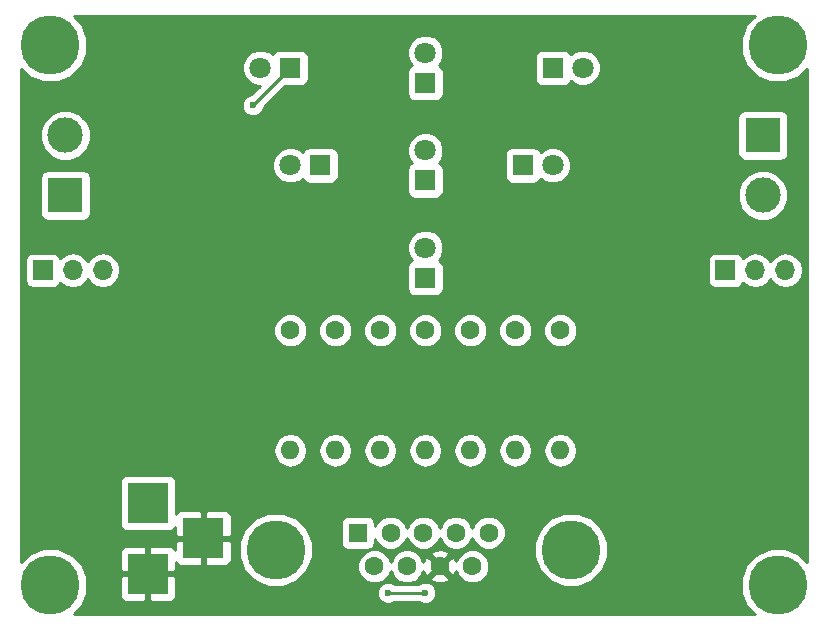
<source format=gbl>
G04 #@! TF.FileFunction,Copper,L2,Bot,Signal*
%FSLAX46Y46*%
G04 Gerber Fmt 4.6, Leading zero omitted, Abs format (unit mm)*
G04 Created by KiCad (PCBNEW 4.0.7) date 11/06/18 16:24:10*
%MOMM*%
%LPD*%
G01*
G04 APERTURE LIST*
%ADD10C,0.100000*%
%ADD11R,1.800000X1.800000*%
%ADD12C,1.800000*%
%ADD13R,1.600000X1.600000*%
%ADD14C,1.600000*%
%ADD15C,5.000000*%
%ADD16R,3.500000X3.500000*%
%ADD17O,1.600000X1.600000*%
%ADD18R,1.700000X1.700000*%
%ADD19O,1.700000X1.700000*%
%ADD20R,3.000000X3.000000*%
%ADD21C,3.000000*%
%ADD22C,0.600000*%
%ADD23C,0.250000*%
%ADD24C,0.254000*%
G04 APERTURE END LIST*
D10*
D11*
X128270000Y-69215000D03*
D12*
X128270000Y-66675000D03*
D11*
X128270000Y-85725000D03*
D12*
X128270000Y-83185000D03*
D11*
X119380000Y-76200000D03*
D12*
X116840000Y-76200000D03*
D11*
X136525000Y-76200000D03*
D12*
X139065000Y-76200000D03*
D11*
X128270000Y-77470000D03*
D12*
X128270000Y-74930000D03*
D11*
X116840000Y-67945000D03*
D12*
X114300000Y-67945000D03*
D11*
X139065000Y-67945000D03*
D12*
X141605000Y-67945000D03*
D13*
X122555000Y-107315000D03*
D14*
X125325000Y-107315000D03*
X128095000Y-107315000D03*
X130865000Y-107315000D03*
X133635000Y-107315000D03*
X123940000Y-110155000D03*
X126710000Y-110155000D03*
X129480000Y-110155000D03*
X132250000Y-110155000D03*
D15*
X140595000Y-108735000D03*
X115595000Y-108735000D03*
D16*
X104775000Y-104775000D03*
X104775000Y-110775000D03*
X109475000Y-107775000D03*
D15*
X96520000Y-66040000D03*
X158115000Y-66040000D03*
X158115000Y-111760000D03*
X96520000Y-111760000D03*
D14*
X116840000Y-90170000D03*
D17*
X116840000Y-100330000D03*
D14*
X120650000Y-90170000D03*
D17*
X120650000Y-100330000D03*
D14*
X124460000Y-90170000D03*
D17*
X124460000Y-100330000D03*
D14*
X128270000Y-90170000D03*
D17*
X128270000Y-100330000D03*
D14*
X132080000Y-90170000D03*
D17*
X132080000Y-100330000D03*
D14*
X135890000Y-90170000D03*
D17*
X135890000Y-100330000D03*
D14*
X139700000Y-90170000D03*
D17*
X139700000Y-100330000D03*
D18*
X95885000Y-85090000D03*
D19*
X98425000Y-85090000D03*
X100965000Y-85090000D03*
D18*
X153670000Y-85090000D03*
D19*
X156210000Y-85090000D03*
X158750000Y-85090000D03*
D20*
X97790000Y-78740000D03*
D21*
X97790000Y-73660000D03*
D20*
X156845000Y-73660000D03*
D21*
X156845000Y-78740000D03*
D22*
X113665000Y-71120000D03*
X125095000Y-112395000D03*
X128270000Y-112395000D03*
D23*
X114300000Y-70485000D02*
X116840000Y-67945000D01*
X113665000Y-71120000D02*
X114300000Y-70485000D01*
X128270000Y-112395000D02*
X125095000Y-112395000D01*
D24*
G36*
X155458826Y-64261847D02*
X154980546Y-65413674D01*
X154979457Y-66660854D01*
X155455727Y-67813515D01*
X156336847Y-68696174D01*
X157488674Y-69174454D01*
X158735854Y-69175543D01*
X159888515Y-68699273D01*
X160580000Y-68008994D01*
X160580000Y-109791873D01*
X159893153Y-109103826D01*
X158741326Y-108625546D01*
X157494146Y-108624457D01*
X156341485Y-109100727D01*
X155458826Y-109981847D01*
X154980546Y-111133674D01*
X154979457Y-112380854D01*
X155455727Y-113533515D01*
X156146006Y-114225000D01*
X98488127Y-114225000D01*
X99176174Y-113538153D01*
X99654454Y-112386326D01*
X99655543Y-111139146D01*
X99623151Y-111060750D01*
X102390000Y-111060750D01*
X102390000Y-112651309D01*
X102486673Y-112884698D01*
X102665301Y-113063327D01*
X102898690Y-113160000D01*
X104489250Y-113160000D01*
X104648000Y-113001250D01*
X104648000Y-110902000D01*
X104902000Y-110902000D01*
X104902000Y-113001250D01*
X105060750Y-113160000D01*
X106651310Y-113160000D01*
X106884699Y-113063327D01*
X107063327Y-112884698D01*
X107160000Y-112651309D01*
X107160000Y-112580167D01*
X124159838Y-112580167D01*
X124301883Y-112923943D01*
X124564673Y-113187192D01*
X124908201Y-113329838D01*
X125280167Y-113330162D01*
X125623943Y-113188117D01*
X125657118Y-113155000D01*
X127707537Y-113155000D01*
X127739673Y-113187192D01*
X128083201Y-113329838D01*
X128455167Y-113330162D01*
X128798943Y-113188117D01*
X129062192Y-112925327D01*
X129204838Y-112581799D01*
X129205162Y-112209833D01*
X129063117Y-111866057D01*
X128800327Y-111602808D01*
X128456799Y-111460162D01*
X128084833Y-111459838D01*
X127741057Y-111601883D01*
X127707882Y-111635000D01*
X125657463Y-111635000D01*
X125625327Y-111602808D01*
X125281799Y-111460162D01*
X124909833Y-111459838D01*
X124566057Y-111601883D01*
X124302808Y-111864673D01*
X124160162Y-112208201D01*
X124159838Y-112580167D01*
X107160000Y-112580167D01*
X107160000Y-111060750D01*
X107001250Y-110902000D01*
X104902000Y-110902000D01*
X104648000Y-110902000D01*
X102548750Y-110902000D01*
X102390000Y-111060750D01*
X99623151Y-111060750D01*
X99179273Y-109986485D01*
X98298153Y-109103826D01*
X97804133Y-108898691D01*
X102390000Y-108898691D01*
X102390000Y-110489250D01*
X102548750Y-110648000D01*
X104648000Y-110648000D01*
X104648000Y-108548750D01*
X104902000Y-108548750D01*
X104902000Y-110648000D01*
X107001250Y-110648000D01*
X107160000Y-110489250D01*
X107160000Y-109820304D01*
X107186673Y-109884698D01*
X107365301Y-110063327D01*
X107598690Y-110160000D01*
X109189250Y-110160000D01*
X109348000Y-110001250D01*
X109348000Y-107902000D01*
X109602000Y-107902000D01*
X109602000Y-110001250D01*
X109760750Y-110160000D01*
X111351310Y-110160000D01*
X111584699Y-110063327D01*
X111763327Y-109884698D01*
X111860000Y-109651309D01*
X111860000Y-109355854D01*
X112459457Y-109355854D01*
X112935727Y-110508515D01*
X113816847Y-111391174D01*
X114968674Y-111869454D01*
X116215854Y-111870543D01*
X117368515Y-111394273D01*
X118251174Y-110513153D01*
X118281887Y-110439187D01*
X122504752Y-110439187D01*
X122722757Y-110966800D01*
X123126077Y-111370824D01*
X123653309Y-111589750D01*
X124224187Y-111590248D01*
X124751800Y-111372243D01*
X125155824Y-110968923D01*
X125325146Y-110561150D01*
X125492757Y-110966800D01*
X125896077Y-111370824D01*
X126423309Y-111589750D01*
X126994187Y-111590248D01*
X127521800Y-111372243D01*
X127731663Y-111162745D01*
X128651861Y-111162745D01*
X128725995Y-111408864D01*
X129263223Y-111601965D01*
X129833454Y-111574778D01*
X130234005Y-111408864D01*
X130308139Y-111162745D01*
X129480000Y-110334605D01*
X128651861Y-111162745D01*
X127731663Y-111162745D01*
X127925824Y-110968923D01*
X128088590Y-110576940D01*
X128226136Y-110909005D01*
X128472255Y-110983139D01*
X129300395Y-110155000D01*
X129659605Y-110155000D01*
X130487745Y-110983139D01*
X130733864Y-110909005D01*
X130861804Y-110553062D01*
X131032757Y-110966800D01*
X131436077Y-111370824D01*
X131963309Y-111589750D01*
X132534187Y-111590248D01*
X133061800Y-111372243D01*
X133465824Y-110968923D01*
X133684750Y-110441691D01*
X133685248Y-109870813D01*
X133472472Y-109355854D01*
X137459457Y-109355854D01*
X137935727Y-110508515D01*
X138816847Y-111391174D01*
X139968674Y-111869454D01*
X141215854Y-111870543D01*
X142368515Y-111394273D01*
X143251174Y-110513153D01*
X143729454Y-109361326D01*
X143730543Y-108114146D01*
X143254273Y-106961485D01*
X142373153Y-106078826D01*
X141221326Y-105600546D01*
X139974146Y-105599457D01*
X138821485Y-106075727D01*
X137938826Y-106956847D01*
X137460546Y-108108674D01*
X137459457Y-109355854D01*
X133472472Y-109355854D01*
X133467243Y-109343200D01*
X133063923Y-108939176D01*
X132536691Y-108720250D01*
X131965813Y-108719752D01*
X131438200Y-108937757D01*
X131034176Y-109341077D01*
X130871410Y-109733060D01*
X130733864Y-109400995D01*
X130487745Y-109326861D01*
X129659605Y-110155000D01*
X129300395Y-110155000D01*
X128472255Y-109326861D01*
X128226136Y-109400995D01*
X128098196Y-109756938D01*
X127927243Y-109343200D01*
X127731640Y-109147255D01*
X128651861Y-109147255D01*
X129480000Y-109975395D01*
X130308139Y-109147255D01*
X130234005Y-108901136D01*
X129696777Y-108708035D01*
X129126546Y-108735222D01*
X128725995Y-108901136D01*
X128651861Y-109147255D01*
X127731640Y-109147255D01*
X127523923Y-108939176D01*
X126996691Y-108720250D01*
X126425813Y-108719752D01*
X125898200Y-108937757D01*
X125494176Y-109341077D01*
X125324854Y-109748850D01*
X125157243Y-109343200D01*
X124753923Y-108939176D01*
X124226691Y-108720250D01*
X123655813Y-108719752D01*
X123128200Y-108937757D01*
X122724176Y-109341077D01*
X122505250Y-109868309D01*
X122504752Y-110439187D01*
X118281887Y-110439187D01*
X118729454Y-109361326D01*
X118730543Y-108114146D01*
X118254273Y-106961485D01*
X117808567Y-106515000D01*
X121107560Y-106515000D01*
X121107560Y-108115000D01*
X121151838Y-108350317D01*
X121290910Y-108566441D01*
X121503110Y-108711431D01*
X121755000Y-108762440D01*
X123355000Y-108762440D01*
X123590317Y-108718162D01*
X123806441Y-108579090D01*
X123951431Y-108366890D01*
X124002440Y-108115000D01*
X124002440Y-107871913D01*
X124107757Y-108126800D01*
X124511077Y-108530824D01*
X125038309Y-108749750D01*
X125609187Y-108750248D01*
X126136800Y-108532243D01*
X126540824Y-108128923D01*
X126710146Y-107721150D01*
X126877757Y-108126800D01*
X127281077Y-108530824D01*
X127808309Y-108749750D01*
X128379187Y-108750248D01*
X128906800Y-108532243D01*
X129310824Y-108128923D01*
X129480146Y-107721150D01*
X129647757Y-108126800D01*
X130051077Y-108530824D01*
X130578309Y-108749750D01*
X131149187Y-108750248D01*
X131676800Y-108532243D01*
X132080824Y-108128923D01*
X132250146Y-107721150D01*
X132417757Y-108126800D01*
X132821077Y-108530824D01*
X133348309Y-108749750D01*
X133919187Y-108750248D01*
X134446800Y-108532243D01*
X134850824Y-108128923D01*
X135069750Y-107601691D01*
X135070248Y-107030813D01*
X134852243Y-106503200D01*
X134448923Y-106099176D01*
X133921691Y-105880250D01*
X133350813Y-105879752D01*
X132823200Y-106097757D01*
X132419176Y-106501077D01*
X132249854Y-106908850D01*
X132082243Y-106503200D01*
X131678923Y-106099176D01*
X131151691Y-105880250D01*
X130580813Y-105879752D01*
X130053200Y-106097757D01*
X129649176Y-106501077D01*
X129479854Y-106908850D01*
X129312243Y-106503200D01*
X128908923Y-106099176D01*
X128381691Y-105880250D01*
X127810813Y-105879752D01*
X127283200Y-106097757D01*
X126879176Y-106501077D01*
X126709854Y-106908850D01*
X126542243Y-106503200D01*
X126138923Y-106099176D01*
X125611691Y-105880250D01*
X125040813Y-105879752D01*
X124513200Y-106097757D01*
X124109176Y-106501077D01*
X124002440Y-106758126D01*
X124002440Y-106515000D01*
X123958162Y-106279683D01*
X123819090Y-106063559D01*
X123606890Y-105918569D01*
X123355000Y-105867560D01*
X121755000Y-105867560D01*
X121519683Y-105911838D01*
X121303559Y-106050910D01*
X121158569Y-106263110D01*
X121107560Y-106515000D01*
X117808567Y-106515000D01*
X117373153Y-106078826D01*
X116221326Y-105600546D01*
X114974146Y-105599457D01*
X113821485Y-106075727D01*
X112938826Y-106956847D01*
X112460546Y-108108674D01*
X112459457Y-109355854D01*
X111860000Y-109355854D01*
X111860000Y-108060750D01*
X111701250Y-107902000D01*
X109602000Y-107902000D01*
X109348000Y-107902000D01*
X107248750Y-107902000D01*
X107090000Y-108060750D01*
X107090000Y-108729696D01*
X107063327Y-108665302D01*
X106884699Y-108486673D01*
X106651310Y-108390000D01*
X105060750Y-108390000D01*
X104902000Y-108548750D01*
X104648000Y-108548750D01*
X104489250Y-108390000D01*
X102898690Y-108390000D01*
X102665301Y-108486673D01*
X102486673Y-108665302D01*
X102390000Y-108898691D01*
X97804133Y-108898691D01*
X97146326Y-108625546D01*
X95899146Y-108624457D01*
X94746485Y-109100727D01*
X94055000Y-109791006D01*
X94055000Y-103025000D01*
X102377560Y-103025000D01*
X102377560Y-106525000D01*
X102421838Y-106760317D01*
X102560910Y-106976441D01*
X102773110Y-107121431D01*
X103025000Y-107172440D01*
X106525000Y-107172440D01*
X106760317Y-107128162D01*
X106976441Y-106989090D01*
X107090000Y-106822891D01*
X107090000Y-107489250D01*
X107248750Y-107648000D01*
X109348000Y-107648000D01*
X109348000Y-105548750D01*
X109602000Y-105548750D01*
X109602000Y-107648000D01*
X111701250Y-107648000D01*
X111860000Y-107489250D01*
X111860000Y-105898691D01*
X111763327Y-105665302D01*
X111584699Y-105486673D01*
X111351310Y-105390000D01*
X109760750Y-105390000D01*
X109602000Y-105548750D01*
X109348000Y-105548750D01*
X109189250Y-105390000D01*
X107598690Y-105390000D01*
X107365301Y-105486673D01*
X107186673Y-105665302D01*
X107172440Y-105699663D01*
X107172440Y-103025000D01*
X107128162Y-102789683D01*
X106989090Y-102573559D01*
X106776890Y-102428569D01*
X106525000Y-102377560D01*
X103025000Y-102377560D01*
X102789683Y-102421838D01*
X102573559Y-102560910D01*
X102428569Y-102773110D01*
X102377560Y-103025000D01*
X94055000Y-103025000D01*
X94055000Y-100301887D01*
X115405000Y-100301887D01*
X115405000Y-100358113D01*
X115514233Y-100907264D01*
X115825302Y-101372811D01*
X116290849Y-101683880D01*
X116840000Y-101793113D01*
X117389151Y-101683880D01*
X117854698Y-101372811D01*
X118165767Y-100907264D01*
X118275000Y-100358113D01*
X118275000Y-100301887D01*
X119215000Y-100301887D01*
X119215000Y-100358113D01*
X119324233Y-100907264D01*
X119635302Y-101372811D01*
X120100849Y-101683880D01*
X120650000Y-101793113D01*
X121199151Y-101683880D01*
X121664698Y-101372811D01*
X121975767Y-100907264D01*
X122085000Y-100358113D01*
X122085000Y-100301887D01*
X123025000Y-100301887D01*
X123025000Y-100358113D01*
X123134233Y-100907264D01*
X123445302Y-101372811D01*
X123910849Y-101683880D01*
X124460000Y-101793113D01*
X125009151Y-101683880D01*
X125474698Y-101372811D01*
X125785767Y-100907264D01*
X125895000Y-100358113D01*
X125895000Y-100301887D01*
X126835000Y-100301887D01*
X126835000Y-100358113D01*
X126944233Y-100907264D01*
X127255302Y-101372811D01*
X127720849Y-101683880D01*
X128270000Y-101793113D01*
X128819151Y-101683880D01*
X129284698Y-101372811D01*
X129595767Y-100907264D01*
X129705000Y-100358113D01*
X129705000Y-100301887D01*
X130645000Y-100301887D01*
X130645000Y-100358113D01*
X130754233Y-100907264D01*
X131065302Y-101372811D01*
X131530849Y-101683880D01*
X132080000Y-101793113D01*
X132629151Y-101683880D01*
X133094698Y-101372811D01*
X133405767Y-100907264D01*
X133515000Y-100358113D01*
X133515000Y-100301887D01*
X134455000Y-100301887D01*
X134455000Y-100358113D01*
X134564233Y-100907264D01*
X134875302Y-101372811D01*
X135340849Y-101683880D01*
X135890000Y-101793113D01*
X136439151Y-101683880D01*
X136904698Y-101372811D01*
X137215767Y-100907264D01*
X137325000Y-100358113D01*
X137325000Y-100301887D01*
X138265000Y-100301887D01*
X138265000Y-100358113D01*
X138374233Y-100907264D01*
X138685302Y-101372811D01*
X139150849Y-101683880D01*
X139700000Y-101793113D01*
X140249151Y-101683880D01*
X140714698Y-101372811D01*
X141025767Y-100907264D01*
X141135000Y-100358113D01*
X141135000Y-100301887D01*
X141025767Y-99752736D01*
X140714698Y-99287189D01*
X140249151Y-98976120D01*
X139700000Y-98866887D01*
X139150849Y-98976120D01*
X138685302Y-99287189D01*
X138374233Y-99752736D01*
X138265000Y-100301887D01*
X137325000Y-100301887D01*
X137215767Y-99752736D01*
X136904698Y-99287189D01*
X136439151Y-98976120D01*
X135890000Y-98866887D01*
X135340849Y-98976120D01*
X134875302Y-99287189D01*
X134564233Y-99752736D01*
X134455000Y-100301887D01*
X133515000Y-100301887D01*
X133405767Y-99752736D01*
X133094698Y-99287189D01*
X132629151Y-98976120D01*
X132080000Y-98866887D01*
X131530849Y-98976120D01*
X131065302Y-99287189D01*
X130754233Y-99752736D01*
X130645000Y-100301887D01*
X129705000Y-100301887D01*
X129595767Y-99752736D01*
X129284698Y-99287189D01*
X128819151Y-98976120D01*
X128270000Y-98866887D01*
X127720849Y-98976120D01*
X127255302Y-99287189D01*
X126944233Y-99752736D01*
X126835000Y-100301887D01*
X125895000Y-100301887D01*
X125785767Y-99752736D01*
X125474698Y-99287189D01*
X125009151Y-98976120D01*
X124460000Y-98866887D01*
X123910849Y-98976120D01*
X123445302Y-99287189D01*
X123134233Y-99752736D01*
X123025000Y-100301887D01*
X122085000Y-100301887D01*
X121975767Y-99752736D01*
X121664698Y-99287189D01*
X121199151Y-98976120D01*
X120650000Y-98866887D01*
X120100849Y-98976120D01*
X119635302Y-99287189D01*
X119324233Y-99752736D01*
X119215000Y-100301887D01*
X118275000Y-100301887D01*
X118165767Y-99752736D01*
X117854698Y-99287189D01*
X117389151Y-98976120D01*
X116840000Y-98866887D01*
X116290849Y-98976120D01*
X115825302Y-99287189D01*
X115514233Y-99752736D01*
X115405000Y-100301887D01*
X94055000Y-100301887D01*
X94055000Y-90454187D01*
X115404752Y-90454187D01*
X115622757Y-90981800D01*
X116026077Y-91385824D01*
X116553309Y-91604750D01*
X117124187Y-91605248D01*
X117651800Y-91387243D01*
X118055824Y-90983923D01*
X118274750Y-90456691D01*
X118274752Y-90454187D01*
X119214752Y-90454187D01*
X119432757Y-90981800D01*
X119836077Y-91385824D01*
X120363309Y-91604750D01*
X120934187Y-91605248D01*
X121461800Y-91387243D01*
X121865824Y-90983923D01*
X122084750Y-90456691D01*
X122084752Y-90454187D01*
X123024752Y-90454187D01*
X123242757Y-90981800D01*
X123646077Y-91385824D01*
X124173309Y-91604750D01*
X124744187Y-91605248D01*
X125271800Y-91387243D01*
X125675824Y-90983923D01*
X125894750Y-90456691D01*
X125894752Y-90454187D01*
X126834752Y-90454187D01*
X127052757Y-90981800D01*
X127456077Y-91385824D01*
X127983309Y-91604750D01*
X128554187Y-91605248D01*
X129081800Y-91387243D01*
X129485824Y-90983923D01*
X129704750Y-90456691D01*
X129704752Y-90454187D01*
X130644752Y-90454187D01*
X130862757Y-90981800D01*
X131266077Y-91385824D01*
X131793309Y-91604750D01*
X132364187Y-91605248D01*
X132891800Y-91387243D01*
X133295824Y-90983923D01*
X133514750Y-90456691D01*
X133514752Y-90454187D01*
X134454752Y-90454187D01*
X134672757Y-90981800D01*
X135076077Y-91385824D01*
X135603309Y-91604750D01*
X136174187Y-91605248D01*
X136701800Y-91387243D01*
X137105824Y-90983923D01*
X137324750Y-90456691D01*
X137324752Y-90454187D01*
X138264752Y-90454187D01*
X138482757Y-90981800D01*
X138886077Y-91385824D01*
X139413309Y-91604750D01*
X139984187Y-91605248D01*
X140511800Y-91387243D01*
X140915824Y-90983923D01*
X141134750Y-90456691D01*
X141135248Y-89885813D01*
X140917243Y-89358200D01*
X140513923Y-88954176D01*
X139986691Y-88735250D01*
X139415813Y-88734752D01*
X138888200Y-88952757D01*
X138484176Y-89356077D01*
X138265250Y-89883309D01*
X138264752Y-90454187D01*
X137324752Y-90454187D01*
X137325248Y-89885813D01*
X137107243Y-89358200D01*
X136703923Y-88954176D01*
X136176691Y-88735250D01*
X135605813Y-88734752D01*
X135078200Y-88952757D01*
X134674176Y-89356077D01*
X134455250Y-89883309D01*
X134454752Y-90454187D01*
X133514752Y-90454187D01*
X133515248Y-89885813D01*
X133297243Y-89358200D01*
X132893923Y-88954176D01*
X132366691Y-88735250D01*
X131795813Y-88734752D01*
X131268200Y-88952757D01*
X130864176Y-89356077D01*
X130645250Y-89883309D01*
X130644752Y-90454187D01*
X129704752Y-90454187D01*
X129705248Y-89885813D01*
X129487243Y-89358200D01*
X129083923Y-88954176D01*
X128556691Y-88735250D01*
X127985813Y-88734752D01*
X127458200Y-88952757D01*
X127054176Y-89356077D01*
X126835250Y-89883309D01*
X126834752Y-90454187D01*
X125894752Y-90454187D01*
X125895248Y-89885813D01*
X125677243Y-89358200D01*
X125273923Y-88954176D01*
X124746691Y-88735250D01*
X124175813Y-88734752D01*
X123648200Y-88952757D01*
X123244176Y-89356077D01*
X123025250Y-89883309D01*
X123024752Y-90454187D01*
X122084752Y-90454187D01*
X122085248Y-89885813D01*
X121867243Y-89358200D01*
X121463923Y-88954176D01*
X120936691Y-88735250D01*
X120365813Y-88734752D01*
X119838200Y-88952757D01*
X119434176Y-89356077D01*
X119215250Y-89883309D01*
X119214752Y-90454187D01*
X118274752Y-90454187D01*
X118275248Y-89885813D01*
X118057243Y-89358200D01*
X117653923Y-88954176D01*
X117126691Y-88735250D01*
X116555813Y-88734752D01*
X116028200Y-88952757D01*
X115624176Y-89356077D01*
X115405250Y-89883309D01*
X115404752Y-90454187D01*
X94055000Y-90454187D01*
X94055000Y-84240000D01*
X94387560Y-84240000D01*
X94387560Y-85940000D01*
X94431838Y-86175317D01*
X94570910Y-86391441D01*
X94783110Y-86536431D01*
X95035000Y-86587440D01*
X96735000Y-86587440D01*
X96970317Y-86543162D01*
X97186441Y-86404090D01*
X97331431Y-86191890D01*
X97345086Y-86124459D01*
X97374946Y-86169147D01*
X97856715Y-86491054D01*
X98425000Y-86604093D01*
X98993285Y-86491054D01*
X99475054Y-86169147D01*
X99695000Y-85839974D01*
X99914946Y-86169147D01*
X100396715Y-86491054D01*
X100965000Y-86604093D01*
X101533285Y-86491054D01*
X102015054Y-86169147D01*
X102336961Y-85687378D01*
X102450000Y-85119093D01*
X102450000Y-85060907D01*
X102403076Y-84825000D01*
X126722560Y-84825000D01*
X126722560Y-86625000D01*
X126766838Y-86860317D01*
X126905910Y-87076441D01*
X127118110Y-87221431D01*
X127370000Y-87272440D01*
X129170000Y-87272440D01*
X129405317Y-87228162D01*
X129621441Y-87089090D01*
X129766431Y-86876890D01*
X129817440Y-86625000D01*
X129817440Y-84825000D01*
X129773162Y-84589683D01*
X129634090Y-84373559D01*
X129438620Y-84240000D01*
X152172560Y-84240000D01*
X152172560Y-85940000D01*
X152216838Y-86175317D01*
X152355910Y-86391441D01*
X152568110Y-86536431D01*
X152820000Y-86587440D01*
X154520000Y-86587440D01*
X154755317Y-86543162D01*
X154971441Y-86404090D01*
X155116431Y-86191890D01*
X155130086Y-86124459D01*
X155159946Y-86169147D01*
X155641715Y-86491054D01*
X156210000Y-86604093D01*
X156778285Y-86491054D01*
X157260054Y-86169147D01*
X157480000Y-85839974D01*
X157699946Y-86169147D01*
X158181715Y-86491054D01*
X158750000Y-86604093D01*
X159318285Y-86491054D01*
X159800054Y-86169147D01*
X160121961Y-85687378D01*
X160235000Y-85119093D01*
X160235000Y-85060907D01*
X160121961Y-84492622D01*
X159800054Y-84010853D01*
X159318285Y-83688946D01*
X158750000Y-83575907D01*
X158181715Y-83688946D01*
X157699946Y-84010853D01*
X157480000Y-84340026D01*
X157260054Y-84010853D01*
X156778285Y-83688946D01*
X156210000Y-83575907D01*
X155641715Y-83688946D01*
X155159946Y-84010853D01*
X155132150Y-84052452D01*
X155123162Y-84004683D01*
X154984090Y-83788559D01*
X154771890Y-83643569D01*
X154520000Y-83592560D01*
X152820000Y-83592560D01*
X152584683Y-83636838D01*
X152368559Y-83775910D01*
X152223569Y-83988110D01*
X152172560Y-84240000D01*
X129438620Y-84240000D01*
X129421890Y-84228569D01*
X129401466Y-84224433D01*
X129570551Y-84055643D01*
X129804733Y-83491670D01*
X129805265Y-82881009D01*
X129572068Y-82316629D01*
X129140643Y-81884449D01*
X128576670Y-81650267D01*
X127966009Y-81649735D01*
X127401629Y-81882932D01*
X126969449Y-82314357D01*
X126735267Y-82878330D01*
X126734735Y-83488991D01*
X126967932Y-84053371D01*
X127135880Y-84221613D01*
X127134683Y-84221838D01*
X126918559Y-84360910D01*
X126773569Y-84573110D01*
X126722560Y-84825000D01*
X102403076Y-84825000D01*
X102336961Y-84492622D01*
X102015054Y-84010853D01*
X101533285Y-83688946D01*
X100965000Y-83575907D01*
X100396715Y-83688946D01*
X99914946Y-84010853D01*
X99695000Y-84340026D01*
X99475054Y-84010853D01*
X98993285Y-83688946D01*
X98425000Y-83575907D01*
X97856715Y-83688946D01*
X97374946Y-84010853D01*
X97347150Y-84052452D01*
X97338162Y-84004683D01*
X97199090Y-83788559D01*
X96986890Y-83643569D01*
X96735000Y-83592560D01*
X95035000Y-83592560D01*
X94799683Y-83636838D01*
X94583559Y-83775910D01*
X94438569Y-83988110D01*
X94387560Y-84240000D01*
X94055000Y-84240000D01*
X94055000Y-77240000D01*
X95642560Y-77240000D01*
X95642560Y-80240000D01*
X95686838Y-80475317D01*
X95825910Y-80691441D01*
X96038110Y-80836431D01*
X96290000Y-80887440D01*
X99290000Y-80887440D01*
X99525317Y-80843162D01*
X99741441Y-80704090D01*
X99886431Y-80491890D01*
X99937440Y-80240000D01*
X99937440Y-79162815D01*
X154709630Y-79162815D01*
X155033980Y-79947800D01*
X155634041Y-80548909D01*
X156418459Y-80874628D01*
X157267815Y-80875370D01*
X158052800Y-80551020D01*
X158653909Y-79950959D01*
X158979628Y-79166541D01*
X158980370Y-78317185D01*
X158656020Y-77532200D01*
X158055959Y-76931091D01*
X157271541Y-76605372D01*
X156422185Y-76604630D01*
X155637200Y-76928980D01*
X155036091Y-77529041D01*
X154710372Y-78313459D01*
X154709630Y-79162815D01*
X99937440Y-79162815D01*
X99937440Y-77240000D01*
X99893162Y-77004683D01*
X99754090Y-76788559D01*
X99541890Y-76643569D01*
X99290000Y-76592560D01*
X96290000Y-76592560D01*
X96054683Y-76636838D01*
X95838559Y-76775910D01*
X95693569Y-76988110D01*
X95642560Y-77240000D01*
X94055000Y-77240000D01*
X94055000Y-76503991D01*
X115304735Y-76503991D01*
X115537932Y-77068371D01*
X115969357Y-77500551D01*
X116533330Y-77734733D01*
X117143991Y-77735265D01*
X117708371Y-77502068D01*
X117876613Y-77334120D01*
X117876838Y-77335317D01*
X118015910Y-77551441D01*
X118228110Y-77696431D01*
X118480000Y-77747440D01*
X120280000Y-77747440D01*
X120515317Y-77703162D01*
X120731441Y-77564090D01*
X120876431Y-77351890D01*
X120927440Y-77100000D01*
X120927440Y-76570000D01*
X126722560Y-76570000D01*
X126722560Y-78370000D01*
X126766838Y-78605317D01*
X126905910Y-78821441D01*
X127118110Y-78966431D01*
X127370000Y-79017440D01*
X129170000Y-79017440D01*
X129405317Y-78973162D01*
X129621441Y-78834090D01*
X129766431Y-78621890D01*
X129817440Y-78370000D01*
X129817440Y-76570000D01*
X129773162Y-76334683D01*
X129634090Y-76118559D01*
X129421890Y-75973569D01*
X129401466Y-75969433D01*
X129570551Y-75800643D01*
X129778436Y-75300000D01*
X134977560Y-75300000D01*
X134977560Y-77100000D01*
X135021838Y-77335317D01*
X135160910Y-77551441D01*
X135373110Y-77696431D01*
X135625000Y-77747440D01*
X137425000Y-77747440D01*
X137660317Y-77703162D01*
X137876441Y-77564090D01*
X138021431Y-77351890D01*
X138025567Y-77331466D01*
X138194357Y-77500551D01*
X138758330Y-77734733D01*
X139368991Y-77735265D01*
X139933371Y-77502068D01*
X140365551Y-77070643D01*
X140599733Y-76506670D01*
X140600265Y-75896009D01*
X140367068Y-75331629D01*
X139935643Y-74899449D01*
X139371670Y-74665267D01*
X138761009Y-74664735D01*
X138196629Y-74897932D01*
X138028387Y-75065880D01*
X138028162Y-75064683D01*
X137889090Y-74848559D01*
X137676890Y-74703569D01*
X137425000Y-74652560D01*
X135625000Y-74652560D01*
X135389683Y-74696838D01*
X135173559Y-74835910D01*
X135028569Y-75048110D01*
X134977560Y-75300000D01*
X129778436Y-75300000D01*
X129804733Y-75236670D01*
X129805265Y-74626009D01*
X129572068Y-74061629D01*
X129140643Y-73629449D01*
X128576670Y-73395267D01*
X127966009Y-73394735D01*
X127401629Y-73627932D01*
X126969449Y-74059357D01*
X126735267Y-74623330D01*
X126734735Y-75233991D01*
X126967932Y-75798371D01*
X127135880Y-75966613D01*
X127134683Y-75966838D01*
X126918559Y-76105910D01*
X126773569Y-76318110D01*
X126722560Y-76570000D01*
X120927440Y-76570000D01*
X120927440Y-75300000D01*
X120883162Y-75064683D01*
X120744090Y-74848559D01*
X120531890Y-74703569D01*
X120280000Y-74652560D01*
X118480000Y-74652560D01*
X118244683Y-74696838D01*
X118028559Y-74835910D01*
X117883569Y-75048110D01*
X117879433Y-75068534D01*
X117710643Y-74899449D01*
X117146670Y-74665267D01*
X116536009Y-74664735D01*
X115971629Y-74897932D01*
X115539449Y-75329357D01*
X115305267Y-75893330D01*
X115304735Y-76503991D01*
X94055000Y-76503991D01*
X94055000Y-74082815D01*
X95654630Y-74082815D01*
X95978980Y-74867800D01*
X96579041Y-75468909D01*
X97363459Y-75794628D01*
X98212815Y-75795370D01*
X98997800Y-75471020D01*
X99598909Y-74870959D01*
X99924628Y-74086541D01*
X99925370Y-73237185D01*
X99601020Y-72452200D01*
X99309330Y-72160000D01*
X154697560Y-72160000D01*
X154697560Y-75160000D01*
X154741838Y-75395317D01*
X154880910Y-75611441D01*
X155093110Y-75756431D01*
X155345000Y-75807440D01*
X158345000Y-75807440D01*
X158580317Y-75763162D01*
X158796441Y-75624090D01*
X158941431Y-75411890D01*
X158992440Y-75160000D01*
X158992440Y-72160000D01*
X158948162Y-71924683D01*
X158809090Y-71708559D01*
X158596890Y-71563569D01*
X158345000Y-71512560D01*
X155345000Y-71512560D01*
X155109683Y-71556838D01*
X154893559Y-71695910D01*
X154748569Y-71908110D01*
X154697560Y-72160000D01*
X99309330Y-72160000D01*
X99000959Y-71851091D01*
X98216541Y-71525372D01*
X97367185Y-71524630D01*
X96582200Y-71848980D01*
X95981091Y-72449041D01*
X95655372Y-73233459D01*
X95654630Y-74082815D01*
X94055000Y-74082815D01*
X94055000Y-71305167D01*
X112729838Y-71305167D01*
X112871883Y-71648943D01*
X113134673Y-71912192D01*
X113478201Y-72054838D01*
X113850167Y-72055162D01*
X114193943Y-71913117D01*
X114457192Y-71650327D01*
X114599838Y-71306799D01*
X114599879Y-71259923D01*
X116367362Y-69492440D01*
X117740000Y-69492440D01*
X117975317Y-69448162D01*
X118191441Y-69309090D01*
X118336431Y-69096890D01*
X118387440Y-68845000D01*
X118387440Y-68315000D01*
X126722560Y-68315000D01*
X126722560Y-70115000D01*
X126766838Y-70350317D01*
X126905910Y-70566441D01*
X127118110Y-70711431D01*
X127370000Y-70762440D01*
X129170000Y-70762440D01*
X129405317Y-70718162D01*
X129621441Y-70579090D01*
X129766431Y-70366890D01*
X129817440Y-70115000D01*
X129817440Y-68315000D01*
X129773162Y-68079683D01*
X129634090Y-67863559D01*
X129421890Y-67718569D01*
X129401466Y-67714433D01*
X129570551Y-67545643D01*
X129778436Y-67045000D01*
X137517560Y-67045000D01*
X137517560Y-68845000D01*
X137561838Y-69080317D01*
X137700910Y-69296441D01*
X137913110Y-69441431D01*
X138165000Y-69492440D01*
X139965000Y-69492440D01*
X140200317Y-69448162D01*
X140416441Y-69309090D01*
X140561431Y-69096890D01*
X140565567Y-69076466D01*
X140734357Y-69245551D01*
X141298330Y-69479733D01*
X141908991Y-69480265D01*
X142473371Y-69247068D01*
X142905551Y-68815643D01*
X143139733Y-68251670D01*
X143140265Y-67641009D01*
X142907068Y-67076629D01*
X142475643Y-66644449D01*
X141911670Y-66410267D01*
X141301009Y-66409735D01*
X140736629Y-66642932D01*
X140568387Y-66810880D01*
X140568162Y-66809683D01*
X140429090Y-66593559D01*
X140216890Y-66448569D01*
X139965000Y-66397560D01*
X138165000Y-66397560D01*
X137929683Y-66441838D01*
X137713559Y-66580910D01*
X137568569Y-66793110D01*
X137517560Y-67045000D01*
X129778436Y-67045000D01*
X129804733Y-66981670D01*
X129805265Y-66371009D01*
X129572068Y-65806629D01*
X129140643Y-65374449D01*
X128576670Y-65140267D01*
X127966009Y-65139735D01*
X127401629Y-65372932D01*
X126969449Y-65804357D01*
X126735267Y-66368330D01*
X126734735Y-66978991D01*
X126967932Y-67543371D01*
X127135880Y-67711613D01*
X127134683Y-67711838D01*
X126918559Y-67850910D01*
X126773569Y-68063110D01*
X126722560Y-68315000D01*
X118387440Y-68315000D01*
X118387440Y-67045000D01*
X118343162Y-66809683D01*
X118204090Y-66593559D01*
X117991890Y-66448569D01*
X117740000Y-66397560D01*
X115940000Y-66397560D01*
X115704683Y-66441838D01*
X115488559Y-66580910D01*
X115343569Y-66793110D01*
X115339433Y-66813534D01*
X115170643Y-66644449D01*
X114606670Y-66410267D01*
X113996009Y-66409735D01*
X113431629Y-66642932D01*
X112999449Y-67074357D01*
X112765267Y-67638330D01*
X112764735Y-68248991D01*
X112997932Y-68813371D01*
X113429357Y-69245551D01*
X113993330Y-69479733D01*
X114230259Y-69479939D01*
X113525320Y-70184878D01*
X113479833Y-70184838D01*
X113136057Y-70326883D01*
X112872808Y-70589673D01*
X112730162Y-70933201D01*
X112729838Y-71305167D01*
X94055000Y-71305167D01*
X94055000Y-68008127D01*
X94741847Y-68696174D01*
X95893674Y-69174454D01*
X97140854Y-69175543D01*
X98293515Y-68699273D01*
X99176174Y-67818153D01*
X99654454Y-66666326D01*
X99655543Y-65419146D01*
X99179273Y-64266485D01*
X98488994Y-63575000D01*
X156146873Y-63575000D01*
X155458826Y-64261847D01*
X155458826Y-64261847D01*
G37*
X155458826Y-64261847D02*
X154980546Y-65413674D01*
X154979457Y-66660854D01*
X155455727Y-67813515D01*
X156336847Y-68696174D01*
X157488674Y-69174454D01*
X158735854Y-69175543D01*
X159888515Y-68699273D01*
X160580000Y-68008994D01*
X160580000Y-109791873D01*
X159893153Y-109103826D01*
X158741326Y-108625546D01*
X157494146Y-108624457D01*
X156341485Y-109100727D01*
X155458826Y-109981847D01*
X154980546Y-111133674D01*
X154979457Y-112380854D01*
X155455727Y-113533515D01*
X156146006Y-114225000D01*
X98488127Y-114225000D01*
X99176174Y-113538153D01*
X99654454Y-112386326D01*
X99655543Y-111139146D01*
X99623151Y-111060750D01*
X102390000Y-111060750D01*
X102390000Y-112651309D01*
X102486673Y-112884698D01*
X102665301Y-113063327D01*
X102898690Y-113160000D01*
X104489250Y-113160000D01*
X104648000Y-113001250D01*
X104648000Y-110902000D01*
X104902000Y-110902000D01*
X104902000Y-113001250D01*
X105060750Y-113160000D01*
X106651310Y-113160000D01*
X106884699Y-113063327D01*
X107063327Y-112884698D01*
X107160000Y-112651309D01*
X107160000Y-112580167D01*
X124159838Y-112580167D01*
X124301883Y-112923943D01*
X124564673Y-113187192D01*
X124908201Y-113329838D01*
X125280167Y-113330162D01*
X125623943Y-113188117D01*
X125657118Y-113155000D01*
X127707537Y-113155000D01*
X127739673Y-113187192D01*
X128083201Y-113329838D01*
X128455167Y-113330162D01*
X128798943Y-113188117D01*
X129062192Y-112925327D01*
X129204838Y-112581799D01*
X129205162Y-112209833D01*
X129063117Y-111866057D01*
X128800327Y-111602808D01*
X128456799Y-111460162D01*
X128084833Y-111459838D01*
X127741057Y-111601883D01*
X127707882Y-111635000D01*
X125657463Y-111635000D01*
X125625327Y-111602808D01*
X125281799Y-111460162D01*
X124909833Y-111459838D01*
X124566057Y-111601883D01*
X124302808Y-111864673D01*
X124160162Y-112208201D01*
X124159838Y-112580167D01*
X107160000Y-112580167D01*
X107160000Y-111060750D01*
X107001250Y-110902000D01*
X104902000Y-110902000D01*
X104648000Y-110902000D01*
X102548750Y-110902000D01*
X102390000Y-111060750D01*
X99623151Y-111060750D01*
X99179273Y-109986485D01*
X98298153Y-109103826D01*
X97804133Y-108898691D01*
X102390000Y-108898691D01*
X102390000Y-110489250D01*
X102548750Y-110648000D01*
X104648000Y-110648000D01*
X104648000Y-108548750D01*
X104902000Y-108548750D01*
X104902000Y-110648000D01*
X107001250Y-110648000D01*
X107160000Y-110489250D01*
X107160000Y-109820304D01*
X107186673Y-109884698D01*
X107365301Y-110063327D01*
X107598690Y-110160000D01*
X109189250Y-110160000D01*
X109348000Y-110001250D01*
X109348000Y-107902000D01*
X109602000Y-107902000D01*
X109602000Y-110001250D01*
X109760750Y-110160000D01*
X111351310Y-110160000D01*
X111584699Y-110063327D01*
X111763327Y-109884698D01*
X111860000Y-109651309D01*
X111860000Y-109355854D01*
X112459457Y-109355854D01*
X112935727Y-110508515D01*
X113816847Y-111391174D01*
X114968674Y-111869454D01*
X116215854Y-111870543D01*
X117368515Y-111394273D01*
X118251174Y-110513153D01*
X118281887Y-110439187D01*
X122504752Y-110439187D01*
X122722757Y-110966800D01*
X123126077Y-111370824D01*
X123653309Y-111589750D01*
X124224187Y-111590248D01*
X124751800Y-111372243D01*
X125155824Y-110968923D01*
X125325146Y-110561150D01*
X125492757Y-110966800D01*
X125896077Y-111370824D01*
X126423309Y-111589750D01*
X126994187Y-111590248D01*
X127521800Y-111372243D01*
X127731663Y-111162745D01*
X128651861Y-111162745D01*
X128725995Y-111408864D01*
X129263223Y-111601965D01*
X129833454Y-111574778D01*
X130234005Y-111408864D01*
X130308139Y-111162745D01*
X129480000Y-110334605D01*
X128651861Y-111162745D01*
X127731663Y-111162745D01*
X127925824Y-110968923D01*
X128088590Y-110576940D01*
X128226136Y-110909005D01*
X128472255Y-110983139D01*
X129300395Y-110155000D01*
X129659605Y-110155000D01*
X130487745Y-110983139D01*
X130733864Y-110909005D01*
X130861804Y-110553062D01*
X131032757Y-110966800D01*
X131436077Y-111370824D01*
X131963309Y-111589750D01*
X132534187Y-111590248D01*
X133061800Y-111372243D01*
X133465824Y-110968923D01*
X133684750Y-110441691D01*
X133685248Y-109870813D01*
X133472472Y-109355854D01*
X137459457Y-109355854D01*
X137935727Y-110508515D01*
X138816847Y-111391174D01*
X139968674Y-111869454D01*
X141215854Y-111870543D01*
X142368515Y-111394273D01*
X143251174Y-110513153D01*
X143729454Y-109361326D01*
X143730543Y-108114146D01*
X143254273Y-106961485D01*
X142373153Y-106078826D01*
X141221326Y-105600546D01*
X139974146Y-105599457D01*
X138821485Y-106075727D01*
X137938826Y-106956847D01*
X137460546Y-108108674D01*
X137459457Y-109355854D01*
X133472472Y-109355854D01*
X133467243Y-109343200D01*
X133063923Y-108939176D01*
X132536691Y-108720250D01*
X131965813Y-108719752D01*
X131438200Y-108937757D01*
X131034176Y-109341077D01*
X130871410Y-109733060D01*
X130733864Y-109400995D01*
X130487745Y-109326861D01*
X129659605Y-110155000D01*
X129300395Y-110155000D01*
X128472255Y-109326861D01*
X128226136Y-109400995D01*
X128098196Y-109756938D01*
X127927243Y-109343200D01*
X127731640Y-109147255D01*
X128651861Y-109147255D01*
X129480000Y-109975395D01*
X130308139Y-109147255D01*
X130234005Y-108901136D01*
X129696777Y-108708035D01*
X129126546Y-108735222D01*
X128725995Y-108901136D01*
X128651861Y-109147255D01*
X127731640Y-109147255D01*
X127523923Y-108939176D01*
X126996691Y-108720250D01*
X126425813Y-108719752D01*
X125898200Y-108937757D01*
X125494176Y-109341077D01*
X125324854Y-109748850D01*
X125157243Y-109343200D01*
X124753923Y-108939176D01*
X124226691Y-108720250D01*
X123655813Y-108719752D01*
X123128200Y-108937757D01*
X122724176Y-109341077D01*
X122505250Y-109868309D01*
X122504752Y-110439187D01*
X118281887Y-110439187D01*
X118729454Y-109361326D01*
X118730543Y-108114146D01*
X118254273Y-106961485D01*
X117808567Y-106515000D01*
X121107560Y-106515000D01*
X121107560Y-108115000D01*
X121151838Y-108350317D01*
X121290910Y-108566441D01*
X121503110Y-108711431D01*
X121755000Y-108762440D01*
X123355000Y-108762440D01*
X123590317Y-108718162D01*
X123806441Y-108579090D01*
X123951431Y-108366890D01*
X124002440Y-108115000D01*
X124002440Y-107871913D01*
X124107757Y-108126800D01*
X124511077Y-108530824D01*
X125038309Y-108749750D01*
X125609187Y-108750248D01*
X126136800Y-108532243D01*
X126540824Y-108128923D01*
X126710146Y-107721150D01*
X126877757Y-108126800D01*
X127281077Y-108530824D01*
X127808309Y-108749750D01*
X128379187Y-108750248D01*
X128906800Y-108532243D01*
X129310824Y-108128923D01*
X129480146Y-107721150D01*
X129647757Y-108126800D01*
X130051077Y-108530824D01*
X130578309Y-108749750D01*
X131149187Y-108750248D01*
X131676800Y-108532243D01*
X132080824Y-108128923D01*
X132250146Y-107721150D01*
X132417757Y-108126800D01*
X132821077Y-108530824D01*
X133348309Y-108749750D01*
X133919187Y-108750248D01*
X134446800Y-108532243D01*
X134850824Y-108128923D01*
X135069750Y-107601691D01*
X135070248Y-107030813D01*
X134852243Y-106503200D01*
X134448923Y-106099176D01*
X133921691Y-105880250D01*
X133350813Y-105879752D01*
X132823200Y-106097757D01*
X132419176Y-106501077D01*
X132249854Y-106908850D01*
X132082243Y-106503200D01*
X131678923Y-106099176D01*
X131151691Y-105880250D01*
X130580813Y-105879752D01*
X130053200Y-106097757D01*
X129649176Y-106501077D01*
X129479854Y-106908850D01*
X129312243Y-106503200D01*
X128908923Y-106099176D01*
X128381691Y-105880250D01*
X127810813Y-105879752D01*
X127283200Y-106097757D01*
X126879176Y-106501077D01*
X126709854Y-106908850D01*
X126542243Y-106503200D01*
X126138923Y-106099176D01*
X125611691Y-105880250D01*
X125040813Y-105879752D01*
X124513200Y-106097757D01*
X124109176Y-106501077D01*
X124002440Y-106758126D01*
X124002440Y-106515000D01*
X123958162Y-106279683D01*
X123819090Y-106063559D01*
X123606890Y-105918569D01*
X123355000Y-105867560D01*
X121755000Y-105867560D01*
X121519683Y-105911838D01*
X121303559Y-106050910D01*
X121158569Y-106263110D01*
X121107560Y-106515000D01*
X117808567Y-106515000D01*
X117373153Y-106078826D01*
X116221326Y-105600546D01*
X114974146Y-105599457D01*
X113821485Y-106075727D01*
X112938826Y-106956847D01*
X112460546Y-108108674D01*
X112459457Y-109355854D01*
X111860000Y-109355854D01*
X111860000Y-108060750D01*
X111701250Y-107902000D01*
X109602000Y-107902000D01*
X109348000Y-107902000D01*
X107248750Y-107902000D01*
X107090000Y-108060750D01*
X107090000Y-108729696D01*
X107063327Y-108665302D01*
X106884699Y-108486673D01*
X106651310Y-108390000D01*
X105060750Y-108390000D01*
X104902000Y-108548750D01*
X104648000Y-108548750D01*
X104489250Y-108390000D01*
X102898690Y-108390000D01*
X102665301Y-108486673D01*
X102486673Y-108665302D01*
X102390000Y-108898691D01*
X97804133Y-108898691D01*
X97146326Y-108625546D01*
X95899146Y-108624457D01*
X94746485Y-109100727D01*
X94055000Y-109791006D01*
X94055000Y-103025000D01*
X102377560Y-103025000D01*
X102377560Y-106525000D01*
X102421838Y-106760317D01*
X102560910Y-106976441D01*
X102773110Y-107121431D01*
X103025000Y-107172440D01*
X106525000Y-107172440D01*
X106760317Y-107128162D01*
X106976441Y-106989090D01*
X107090000Y-106822891D01*
X107090000Y-107489250D01*
X107248750Y-107648000D01*
X109348000Y-107648000D01*
X109348000Y-105548750D01*
X109602000Y-105548750D01*
X109602000Y-107648000D01*
X111701250Y-107648000D01*
X111860000Y-107489250D01*
X111860000Y-105898691D01*
X111763327Y-105665302D01*
X111584699Y-105486673D01*
X111351310Y-105390000D01*
X109760750Y-105390000D01*
X109602000Y-105548750D01*
X109348000Y-105548750D01*
X109189250Y-105390000D01*
X107598690Y-105390000D01*
X107365301Y-105486673D01*
X107186673Y-105665302D01*
X107172440Y-105699663D01*
X107172440Y-103025000D01*
X107128162Y-102789683D01*
X106989090Y-102573559D01*
X106776890Y-102428569D01*
X106525000Y-102377560D01*
X103025000Y-102377560D01*
X102789683Y-102421838D01*
X102573559Y-102560910D01*
X102428569Y-102773110D01*
X102377560Y-103025000D01*
X94055000Y-103025000D01*
X94055000Y-100301887D01*
X115405000Y-100301887D01*
X115405000Y-100358113D01*
X115514233Y-100907264D01*
X115825302Y-101372811D01*
X116290849Y-101683880D01*
X116840000Y-101793113D01*
X117389151Y-101683880D01*
X117854698Y-101372811D01*
X118165767Y-100907264D01*
X118275000Y-100358113D01*
X118275000Y-100301887D01*
X119215000Y-100301887D01*
X119215000Y-100358113D01*
X119324233Y-100907264D01*
X119635302Y-101372811D01*
X120100849Y-101683880D01*
X120650000Y-101793113D01*
X121199151Y-101683880D01*
X121664698Y-101372811D01*
X121975767Y-100907264D01*
X122085000Y-100358113D01*
X122085000Y-100301887D01*
X123025000Y-100301887D01*
X123025000Y-100358113D01*
X123134233Y-100907264D01*
X123445302Y-101372811D01*
X123910849Y-101683880D01*
X124460000Y-101793113D01*
X125009151Y-101683880D01*
X125474698Y-101372811D01*
X125785767Y-100907264D01*
X125895000Y-100358113D01*
X125895000Y-100301887D01*
X126835000Y-100301887D01*
X126835000Y-100358113D01*
X126944233Y-100907264D01*
X127255302Y-101372811D01*
X127720849Y-101683880D01*
X128270000Y-101793113D01*
X128819151Y-101683880D01*
X129284698Y-101372811D01*
X129595767Y-100907264D01*
X129705000Y-100358113D01*
X129705000Y-100301887D01*
X130645000Y-100301887D01*
X130645000Y-100358113D01*
X130754233Y-100907264D01*
X131065302Y-101372811D01*
X131530849Y-101683880D01*
X132080000Y-101793113D01*
X132629151Y-101683880D01*
X133094698Y-101372811D01*
X133405767Y-100907264D01*
X133515000Y-100358113D01*
X133515000Y-100301887D01*
X134455000Y-100301887D01*
X134455000Y-100358113D01*
X134564233Y-100907264D01*
X134875302Y-101372811D01*
X135340849Y-101683880D01*
X135890000Y-101793113D01*
X136439151Y-101683880D01*
X136904698Y-101372811D01*
X137215767Y-100907264D01*
X137325000Y-100358113D01*
X137325000Y-100301887D01*
X138265000Y-100301887D01*
X138265000Y-100358113D01*
X138374233Y-100907264D01*
X138685302Y-101372811D01*
X139150849Y-101683880D01*
X139700000Y-101793113D01*
X140249151Y-101683880D01*
X140714698Y-101372811D01*
X141025767Y-100907264D01*
X141135000Y-100358113D01*
X141135000Y-100301887D01*
X141025767Y-99752736D01*
X140714698Y-99287189D01*
X140249151Y-98976120D01*
X139700000Y-98866887D01*
X139150849Y-98976120D01*
X138685302Y-99287189D01*
X138374233Y-99752736D01*
X138265000Y-100301887D01*
X137325000Y-100301887D01*
X137215767Y-99752736D01*
X136904698Y-99287189D01*
X136439151Y-98976120D01*
X135890000Y-98866887D01*
X135340849Y-98976120D01*
X134875302Y-99287189D01*
X134564233Y-99752736D01*
X134455000Y-100301887D01*
X133515000Y-100301887D01*
X133405767Y-99752736D01*
X133094698Y-99287189D01*
X132629151Y-98976120D01*
X132080000Y-98866887D01*
X131530849Y-98976120D01*
X131065302Y-99287189D01*
X130754233Y-99752736D01*
X130645000Y-100301887D01*
X129705000Y-100301887D01*
X129595767Y-99752736D01*
X129284698Y-99287189D01*
X128819151Y-98976120D01*
X128270000Y-98866887D01*
X127720849Y-98976120D01*
X127255302Y-99287189D01*
X126944233Y-99752736D01*
X126835000Y-100301887D01*
X125895000Y-100301887D01*
X125785767Y-99752736D01*
X125474698Y-99287189D01*
X125009151Y-98976120D01*
X124460000Y-98866887D01*
X123910849Y-98976120D01*
X123445302Y-99287189D01*
X123134233Y-99752736D01*
X123025000Y-100301887D01*
X122085000Y-100301887D01*
X121975767Y-99752736D01*
X121664698Y-99287189D01*
X121199151Y-98976120D01*
X120650000Y-98866887D01*
X120100849Y-98976120D01*
X119635302Y-99287189D01*
X119324233Y-99752736D01*
X119215000Y-100301887D01*
X118275000Y-100301887D01*
X118165767Y-99752736D01*
X117854698Y-99287189D01*
X117389151Y-98976120D01*
X116840000Y-98866887D01*
X116290849Y-98976120D01*
X115825302Y-99287189D01*
X115514233Y-99752736D01*
X115405000Y-100301887D01*
X94055000Y-100301887D01*
X94055000Y-90454187D01*
X115404752Y-90454187D01*
X115622757Y-90981800D01*
X116026077Y-91385824D01*
X116553309Y-91604750D01*
X117124187Y-91605248D01*
X117651800Y-91387243D01*
X118055824Y-90983923D01*
X118274750Y-90456691D01*
X118274752Y-90454187D01*
X119214752Y-90454187D01*
X119432757Y-90981800D01*
X119836077Y-91385824D01*
X120363309Y-91604750D01*
X120934187Y-91605248D01*
X121461800Y-91387243D01*
X121865824Y-90983923D01*
X122084750Y-90456691D01*
X122084752Y-90454187D01*
X123024752Y-90454187D01*
X123242757Y-90981800D01*
X123646077Y-91385824D01*
X124173309Y-91604750D01*
X124744187Y-91605248D01*
X125271800Y-91387243D01*
X125675824Y-90983923D01*
X125894750Y-90456691D01*
X125894752Y-90454187D01*
X126834752Y-90454187D01*
X127052757Y-90981800D01*
X127456077Y-91385824D01*
X127983309Y-91604750D01*
X128554187Y-91605248D01*
X129081800Y-91387243D01*
X129485824Y-90983923D01*
X129704750Y-90456691D01*
X129704752Y-90454187D01*
X130644752Y-90454187D01*
X130862757Y-90981800D01*
X131266077Y-91385824D01*
X131793309Y-91604750D01*
X132364187Y-91605248D01*
X132891800Y-91387243D01*
X133295824Y-90983923D01*
X133514750Y-90456691D01*
X133514752Y-90454187D01*
X134454752Y-90454187D01*
X134672757Y-90981800D01*
X135076077Y-91385824D01*
X135603309Y-91604750D01*
X136174187Y-91605248D01*
X136701800Y-91387243D01*
X137105824Y-90983923D01*
X137324750Y-90456691D01*
X137324752Y-90454187D01*
X138264752Y-90454187D01*
X138482757Y-90981800D01*
X138886077Y-91385824D01*
X139413309Y-91604750D01*
X139984187Y-91605248D01*
X140511800Y-91387243D01*
X140915824Y-90983923D01*
X141134750Y-90456691D01*
X141135248Y-89885813D01*
X140917243Y-89358200D01*
X140513923Y-88954176D01*
X139986691Y-88735250D01*
X139415813Y-88734752D01*
X138888200Y-88952757D01*
X138484176Y-89356077D01*
X138265250Y-89883309D01*
X138264752Y-90454187D01*
X137324752Y-90454187D01*
X137325248Y-89885813D01*
X137107243Y-89358200D01*
X136703923Y-88954176D01*
X136176691Y-88735250D01*
X135605813Y-88734752D01*
X135078200Y-88952757D01*
X134674176Y-89356077D01*
X134455250Y-89883309D01*
X134454752Y-90454187D01*
X133514752Y-90454187D01*
X133515248Y-89885813D01*
X133297243Y-89358200D01*
X132893923Y-88954176D01*
X132366691Y-88735250D01*
X131795813Y-88734752D01*
X131268200Y-88952757D01*
X130864176Y-89356077D01*
X130645250Y-89883309D01*
X130644752Y-90454187D01*
X129704752Y-90454187D01*
X129705248Y-89885813D01*
X129487243Y-89358200D01*
X129083923Y-88954176D01*
X128556691Y-88735250D01*
X127985813Y-88734752D01*
X127458200Y-88952757D01*
X127054176Y-89356077D01*
X126835250Y-89883309D01*
X126834752Y-90454187D01*
X125894752Y-90454187D01*
X125895248Y-89885813D01*
X125677243Y-89358200D01*
X125273923Y-88954176D01*
X124746691Y-88735250D01*
X124175813Y-88734752D01*
X123648200Y-88952757D01*
X123244176Y-89356077D01*
X123025250Y-89883309D01*
X123024752Y-90454187D01*
X122084752Y-90454187D01*
X122085248Y-89885813D01*
X121867243Y-89358200D01*
X121463923Y-88954176D01*
X120936691Y-88735250D01*
X120365813Y-88734752D01*
X119838200Y-88952757D01*
X119434176Y-89356077D01*
X119215250Y-89883309D01*
X119214752Y-90454187D01*
X118274752Y-90454187D01*
X118275248Y-89885813D01*
X118057243Y-89358200D01*
X117653923Y-88954176D01*
X117126691Y-88735250D01*
X116555813Y-88734752D01*
X116028200Y-88952757D01*
X115624176Y-89356077D01*
X115405250Y-89883309D01*
X115404752Y-90454187D01*
X94055000Y-90454187D01*
X94055000Y-84240000D01*
X94387560Y-84240000D01*
X94387560Y-85940000D01*
X94431838Y-86175317D01*
X94570910Y-86391441D01*
X94783110Y-86536431D01*
X95035000Y-86587440D01*
X96735000Y-86587440D01*
X96970317Y-86543162D01*
X97186441Y-86404090D01*
X97331431Y-86191890D01*
X97345086Y-86124459D01*
X97374946Y-86169147D01*
X97856715Y-86491054D01*
X98425000Y-86604093D01*
X98993285Y-86491054D01*
X99475054Y-86169147D01*
X99695000Y-85839974D01*
X99914946Y-86169147D01*
X100396715Y-86491054D01*
X100965000Y-86604093D01*
X101533285Y-86491054D01*
X102015054Y-86169147D01*
X102336961Y-85687378D01*
X102450000Y-85119093D01*
X102450000Y-85060907D01*
X102403076Y-84825000D01*
X126722560Y-84825000D01*
X126722560Y-86625000D01*
X126766838Y-86860317D01*
X126905910Y-87076441D01*
X127118110Y-87221431D01*
X127370000Y-87272440D01*
X129170000Y-87272440D01*
X129405317Y-87228162D01*
X129621441Y-87089090D01*
X129766431Y-86876890D01*
X129817440Y-86625000D01*
X129817440Y-84825000D01*
X129773162Y-84589683D01*
X129634090Y-84373559D01*
X129438620Y-84240000D01*
X152172560Y-84240000D01*
X152172560Y-85940000D01*
X152216838Y-86175317D01*
X152355910Y-86391441D01*
X152568110Y-86536431D01*
X152820000Y-86587440D01*
X154520000Y-86587440D01*
X154755317Y-86543162D01*
X154971441Y-86404090D01*
X155116431Y-86191890D01*
X155130086Y-86124459D01*
X155159946Y-86169147D01*
X155641715Y-86491054D01*
X156210000Y-86604093D01*
X156778285Y-86491054D01*
X157260054Y-86169147D01*
X157480000Y-85839974D01*
X157699946Y-86169147D01*
X158181715Y-86491054D01*
X158750000Y-86604093D01*
X159318285Y-86491054D01*
X159800054Y-86169147D01*
X160121961Y-85687378D01*
X160235000Y-85119093D01*
X160235000Y-85060907D01*
X160121961Y-84492622D01*
X159800054Y-84010853D01*
X159318285Y-83688946D01*
X158750000Y-83575907D01*
X158181715Y-83688946D01*
X157699946Y-84010853D01*
X157480000Y-84340026D01*
X157260054Y-84010853D01*
X156778285Y-83688946D01*
X156210000Y-83575907D01*
X155641715Y-83688946D01*
X155159946Y-84010853D01*
X155132150Y-84052452D01*
X155123162Y-84004683D01*
X154984090Y-83788559D01*
X154771890Y-83643569D01*
X154520000Y-83592560D01*
X152820000Y-83592560D01*
X152584683Y-83636838D01*
X152368559Y-83775910D01*
X152223569Y-83988110D01*
X152172560Y-84240000D01*
X129438620Y-84240000D01*
X129421890Y-84228569D01*
X129401466Y-84224433D01*
X129570551Y-84055643D01*
X129804733Y-83491670D01*
X129805265Y-82881009D01*
X129572068Y-82316629D01*
X129140643Y-81884449D01*
X128576670Y-81650267D01*
X127966009Y-81649735D01*
X127401629Y-81882932D01*
X126969449Y-82314357D01*
X126735267Y-82878330D01*
X126734735Y-83488991D01*
X126967932Y-84053371D01*
X127135880Y-84221613D01*
X127134683Y-84221838D01*
X126918559Y-84360910D01*
X126773569Y-84573110D01*
X126722560Y-84825000D01*
X102403076Y-84825000D01*
X102336961Y-84492622D01*
X102015054Y-84010853D01*
X101533285Y-83688946D01*
X100965000Y-83575907D01*
X100396715Y-83688946D01*
X99914946Y-84010853D01*
X99695000Y-84340026D01*
X99475054Y-84010853D01*
X98993285Y-83688946D01*
X98425000Y-83575907D01*
X97856715Y-83688946D01*
X97374946Y-84010853D01*
X97347150Y-84052452D01*
X97338162Y-84004683D01*
X97199090Y-83788559D01*
X96986890Y-83643569D01*
X96735000Y-83592560D01*
X95035000Y-83592560D01*
X94799683Y-83636838D01*
X94583559Y-83775910D01*
X94438569Y-83988110D01*
X94387560Y-84240000D01*
X94055000Y-84240000D01*
X94055000Y-77240000D01*
X95642560Y-77240000D01*
X95642560Y-80240000D01*
X95686838Y-80475317D01*
X95825910Y-80691441D01*
X96038110Y-80836431D01*
X96290000Y-80887440D01*
X99290000Y-80887440D01*
X99525317Y-80843162D01*
X99741441Y-80704090D01*
X99886431Y-80491890D01*
X99937440Y-80240000D01*
X99937440Y-79162815D01*
X154709630Y-79162815D01*
X155033980Y-79947800D01*
X155634041Y-80548909D01*
X156418459Y-80874628D01*
X157267815Y-80875370D01*
X158052800Y-80551020D01*
X158653909Y-79950959D01*
X158979628Y-79166541D01*
X158980370Y-78317185D01*
X158656020Y-77532200D01*
X158055959Y-76931091D01*
X157271541Y-76605372D01*
X156422185Y-76604630D01*
X155637200Y-76928980D01*
X155036091Y-77529041D01*
X154710372Y-78313459D01*
X154709630Y-79162815D01*
X99937440Y-79162815D01*
X99937440Y-77240000D01*
X99893162Y-77004683D01*
X99754090Y-76788559D01*
X99541890Y-76643569D01*
X99290000Y-76592560D01*
X96290000Y-76592560D01*
X96054683Y-76636838D01*
X95838559Y-76775910D01*
X95693569Y-76988110D01*
X95642560Y-77240000D01*
X94055000Y-77240000D01*
X94055000Y-76503991D01*
X115304735Y-76503991D01*
X115537932Y-77068371D01*
X115969357Y-77500551D01*
X116533330Y-77734733D01*
X117143991Y-77735265D01*
X117708371Y-77502068D01*
X117876613Y-77334120D01*
X117876838Y-77335317D01*
X118015910Y-77551441D01*
X118228110Y-77696431D01*
X118480000Y-77747440D01*
X120280000Y-77747440D01*
X120515317Y-77703162D01*
X120731441Y-77564090D01*
X120876431Y-77351890D01*
X120927440Y-77100000D01*
X120927440Y-76570000D01*
X126722560Y-76570000D01*
X126722560Y-78370000D01*
X126766838Y-78605317D01*
X126905910Y-78821441D01*
X127118110Y-78966431D01*
X127370000Y-79017440D01*
X129170000Y-79017440D01*
X129405317Y-78973162D01*
X129621441Y-78834090D01*
X129766431Y-78621890D01*
X129817440Y-78370000D01*
X129817440Y-76570000D01*
X129773162Y-76334683D01*
X129634090Y-76118559D01*
X129421890Y-75973569D01*
X129401466Y-75969433D01*
X129570551Y-75800643D01*
X129778436Y-75300000D01*
X134977560Y-75300000D01*
X134977560Y-77100000D01*
X135021838Y-77335317D01*
X135160910Y-77551441D01*
X135373110Y-77696431D01*
X135625000Y-77747440D01*
X137425000Y-77747440D01*
X137660317Y-77703162D01*
X137876441Y-77564090D01*
X138021431Y-77351890D01*
X138025567Y-77331466D01*
X138194357Y-77500551D01*
X138758330Y-77734733D01*
X139368991Y-77735265D01*
X139933371Y-77502068D01*
X140365551Y-77070643D01*
X140599733Y-76506670D01*
X140600265Y-75896009D01*
X140367068Y-75331629D01*
X139935643Y-74899449D01*
X139371670Y-74665267D01*
X138761009Y-74664735D01*
X138196629Y-74897932D01*
X138028387Y-75065880D01*
X138028162Y-75064683D01*
X137889090Y-74848559D01*
X137676890Y-74703569D01*
X137425000Y-74652560D01*
X135625000Y-74652560D01*
X135389683Y-74696838D01*
X135173559Y-74835910D01*
X135028569Y-75048110D01*
X134977560Y-75300000D01*
X129778436Y-75300000D01*
X129804733Y-75236670D01*
X129805265Y-74626009D01*
X129572068Y-74061629D01*
X129140643Y-73629449D01*
X128576670Y-73395267D01*
X127966009Y-73394735D01*
X127401629Y-73627932D01*
X126969449Y-74059357D01*
X126735267Y-74623330D01*
X126734735Y-75233991D01*
X126967932Y-75798371D01*
X127135880Y-75966613D01*
X127134683Y-75966838D01*
X126918559Y-76105910D01*
X126773569Y-76318110D01*
X126722560Y-76570000D01*
X120927440Y-76570000D01*
X120927440Y-75300000D01*
X120883162Y-75064683D01*
X120744090Y-74848559D01*
X120531890Y-74703569D01*
X120280000Y-74652560D01*
X118480000Y-74652560D01*
X118244683Y-74696838D01*
X118028559Y-74835910D01*
X117883569Y-75048110D01*
X117879433Y-75068534D01*
X117710643Y-74899449D01*
X117146670Y-74665267D01*
X116536009Y-74664735D01*
X115971629Y-74897932D01*
X115539449Y-75329357D01*
X115305267Y-75893330D01*
X115304735Y-76503991D01*
X94055000Y-76503991D01*
X94055000Y-74082815D01*
X95654630Y-74082815D01*
X95978980Y-74867800D01*
X96579041Y-75468909D01*
X97363459Y-75794628D01*
X98212815Y-75795370D01*
X98997800Y-75471020D01*
X99598909Y-74870959D01*
X99924628Y-74086541D01*
X99925370Y-73237185D01*
X99601020Y-72452200D01*
X99309330Y-72160000D01*
X154697560Y-72160000D01*
X154697560Y-75160000D01*
X154741838Y-75395317D01*
X154880910Y-75611441D01*
X155093110Y-75756431D01*
X155345000Y-75807440D01*
X158345000Y-75807440D01*
X158580317Y-75763162D01*
X158796441Y-75624090D01*
X158941431Y-75411890D01*
X158992440Y-75160000D01*
X158992440Y-72160000D01*
X158948162Y-71924683D01*
X158809090Y-71708559D01*
X158596890Y-71563569D01*
X158345000Y-71512560D01*
X155345000Y-71512560D01*
X155109683Y-71556838D01*
X154893559Y-71695910D01*
X154748569Y-71908110D01*
X154697560Y-72160000D01*
X99309330Y-72160000D01*
X99000959Y-71851091D01*
X98216541Y-71525372D01*
X97367185Y-71524630D01*
X96582200Y-71848980D01*
X95981091Y-72449041D01*
X95655372Y-73233459D01*
X95654630Y-74082815D01*
X94055000Y-74082815D01*
X94055000Y-71305167D01*
X112729838Y-71305167D01*
X112871883Y-71648943D01*
X113134673Y-71912192D01*
X113478201Y-72054838D01*
X113850167Y-72055162D01*
X114193943Y-71913117D01*
X114457192Y-71650327D01*
X114599838Y-71306799D01*
X114599879Y-71259923D01*
X116367362Y-69492440D01*
X117740000Y-69492440D01*
X117975317Y-69448162D01*
X118191441Y-69309090D01*
X118336431Y-69096890D01*
X118387440Y-68845000D01*
X118387440Y-68315000D01*
X126722560Y-68315000D01*
X126722560Y-70115000D01*
X126766838Y-70350317D01*
X126905910Y-70566441D01*
X127118110Y-70711431D01*
X127370000Y-70762440D01*
X129170000Y-70762440D01*
X129405317Y-70718162D01*
X129621441Y-70579090D01*
X129766431Y-70366890D01*
X129817440Y-70115000D01*
X129817440Y-68315000D01*
X129773162Y-68079683D01*
X129634090Y-67863559D01*
X129421890Y-67718569D01*
X129401466Y-67714433D01*
X129570551Y-67545643D01*
X129778436Y-67045000D01*
X137517560Y-67045000D01*
X137517560Y-68845000D01*
X137561838Y-69080317D01*
X137700910Y-69296441D01*
X137913110Y-69441431D01*
X138165000Y-69492440D01*
X139965000Y-69492440D01*
X140200317Y-69448162D01*
X140416441Y-69309090D01*
X140561431Y-69096890D01*
X140565567Y-69076466D01*
X140734357Y-69245551D01*
X141298330Y-69479733D01*
X141908991Y-69480265D01*
X142473371Y-69247068D01*
X142905551Y-68815643D01*
X143139733Y-68251670D01*
X143140265Y-67641009D01*
X142907068Y-67076629D01*
X142475643Y-66644449D01*
X141911670Y-66410267D01*
X141301009Y-66409735D01*
X140736629Y-66642932D01*
X140568387Y-66810880D01*
X140568162Y-66809683D01*
X140429090Y-66593559D01*
X140216890Y-66448569D01*
X139965000Y-66397560D01*
X138165000Y-66397560D01*
X137929683Y-66441838D01*
X137713559Y-66580910D01*
X137568569Y-66793110D01*
X137517560Y-67045000D01*
X129778436Y-67045000D01*
X129804733Y-66981670D01*
X129805265Y-66371009D01*
X129572068Y-65806629D01*
X129140643Y-65374449D01*
X128576670Y-65140267D01*
X127966009Y-65139735D01*
X127401629Y-65372932D01*
X126969449Y-65804357D01*
X126735267Y-66368330D01*
X126734735Y-66978991D01*
X126967932Y-67543371D01*
X127135880Y-67711613D01*
X127134683Y-67711838D01*
X126918559Y-67850910D01*
X126773569Y-68063110D01*
X126722560Y-68315000D01*
X118387440Y-68315000D01*
X118387440Y-67045000D01*
X118343162Y-66809683D01*
X118204090Y-66593559D01*
X117991890Y-66448569D01*
X117740000Y-66397560D01*
X115940000Y-66397560D01*
X115704683Y-66441838D01*
X115488559Y-66580910D01*
X115343569Y-66793110D01*
X115339433Y-66813534D01*
X115170643Y-66644449D01*
X114606670Y-66410267D01*
X113996009Y-66409735D01*
X113431629Y-66642932D01*
X112999449Y-67074357D01*
X112765267Y-67638330D01*
X112764735Y-68248991D01*
X112997932Y-68813371D01*
X113429357Y-69245551D01*
X113993330Y-69479733D01*
X114230259Y-69479939D01*
X113525320Y-70184878D01*
X113479833Y-70184838D01*
X113136057Y-70326883D01*
X112872808Y-70589673D01*
X112730162Y-70933201D01*
X112729838Y-71305167D01*
X94055000Y-71305167D01*
X94055000Y-68008127D01*
X94741847Y-68696174D01*
X95893674Y-69174454D01*
X97140854Y-69175543D01*
X98293515Y-68699273D01*
X99176174Y-67818153D01*
X99654454Y-66666326D01*
X99655543Y-65419146D01*
X99179273Y-64266485D01*
X98488994Y-63575000D01*
X156146873Y-63575000D01*
X155458826Y-64261847D01*
M02*

</source>
